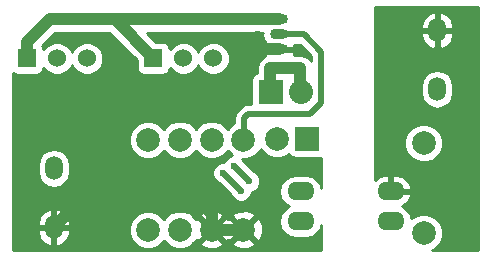
<source format=gbr>
G04 #@! TF.FileFunction,Copper,L2,Bot,Signal*
%FSLAX46Y46*%
G04 Gerber Fmt 4.6, Leading zero omitted, Abs format (unit mm)*
G04 Created by KiCad (PCBNEW 4.0.4-stable) date 11/28/16 12:37:25*
%MOMM*%
%LPD*%
G01*
G04 APERTURE LIST*
%ADD10C,0.100000*%
%ADD11C,0.600000*%
%ADD12O,2.300000X1.600000*%
%ADD13C,1.998980*%
%ADD14O,1.501140X0.899160*%
%ADD15O,1.500000X2.000000*%
%ADD16C,1.524000*%
%ADD17R,1.524000X1.524000*%
%ADD18R,2.000000X2.000000*%
%ADD19C,2.000000*%
%ADD20R,2.032000X2.032000*%
%ADD21O,2.032000X2.032000*%
%ADD22C,1.000000*%
%ADD23C,0.500000*%
%ADD24C,0.250000*%
G04 APERTURE END LIST*
D10*
D11*
X216890000Y-133465000D03*
X220125000Y-136600000D03*
X218665000Y-130265000D03*
X185775000Y-133825000D03*
X209925000Y-135275000D03*
X206875000Y-138475000D03*
X206450000Y-135225000D03*
X210075000Y-141650000D03*
X190475000Y-137550000D03*
X195725000Y-135975000D03*
X193125000Y-133200000D03*
X201725000Y-130650000D03*
X203600000Y-127075000D03*
X185800000Y-128425000D03*
X193850000Y-127450000D03*
X191425000Y-130025000D03*
X205550000Y-123925000D03*
X191000000Y-134800000D03*
X200675000Y-127700000D03*
D12*
X216750000Y-139800000D03*
X216750000Y-137260000D03*
X209130000Y-137260000D03*
X209130000Y-139800000D03*
D11*
X186375000Y-137700000D03*
X222800000Y-140275000D03*
X217600000Y-125925000D03*
X222800000Y-136075000D03*
X223175000Y-122825000D03*
X222875000Y-127175000D03*
X222290000Y-132340000D03*
X206500000Y-141675000D03*
X191650000Y-140925000D03*
X186050000Y-130650000D03*
X185925000Y-141150000D03*
X193525000Y-137675000D03*
X198275000Y-135075000D03*
X193750000Y-125350000D03*
X193875000Y-130650000D03*
D13*
X196200000Y-132900000D03*
X196200000Y-140520000D03*
X219550000Y-140800000D03*
X219550000Y-133180000D03*
X201600000Y-140500000D03*
X201600000Y-132880000D03*
X204300000Y-140500000D03*
X204300000Y-132880000D03*
D14*
X207300000Y-123970000D03*
X207300000Y-125240000D03*
X207300000Y-122700000D03*
D11*
X216650000Y-122675000D03*
D15*
X188250000Y-135300000D03*
X188250000Y-140300000D03*
X220700000Y-123600000D03*
X220700000Y-128600000D03*
D16*
X188500000Y-126000000D03*
X191040000Y-126000000D03*
D17*
X185960000Y-126000000D03*
D16*
X199200000Y-126000000D03*
X201740000Y-126000000D03*
D17*
X196660000Y-126000000D03*
D18*
X209700000Y-132800000D03*
D19*
X207160000Y-132800000D03*
D20*
X206600000Y-128850000D03*
D21*
X209140000Y-128850000D03*
D13*
X198900000Y-140500000D03*
X198900000Y-132880000D03*
D11*
X202600000Y-135700000D03*
X204100000Y-137200000D03*
X203500000Y-135100000D03*
X204800000Y-136400000D03*
D22*
X206575000Y-126825000D02*
X206575000Y-128825000D01*
X206575000Y-128825000D02*
X206600000Y-128850000D01*
X209100000Y-126825000D02*
X209100000Y-128810000D01*
X209100000Y-128810000D02*
X209140000Y-128850000D01*
X206575000Y-126825000D02*
X209100000Y-126825000D01*
X209150000Y-128840000D02*
X209140000Y-128850000D01*
D23*
X204100000Y-137200000D02*
X202600000Y-135700000D01*
D22*
X191800000Y-136800000D02*
X191750000Y-136800000D01*
X191750000Y-136800000D02*
X188250000Y-140300000D01*
X204300000Y-140500000D02*
X201600000Y-140500000D01*
X201600000Y-140500000D02*
X201600000Y-139200000D01*
X199200000Y-136800000D02*
X191800000Y-136800000D01*
X201600000Y-139200000D02*
X199200000Y-136800000D01*
X207300000Y-125240000D02*
X205260000Y-125240000D01*
X192200000Y-136400000D02*
X191800000Y-136800000D01*
X192200000Y-133000000D02*
X192200000Y-136400000D01*
X194700000Y-130500000D02*
X192200000Y-133000000D01*
X200000000Y-130500000D02*
X194700000Y-130500000D01*
X205260000Y-125240000D02*
X200000000Y-130500000D01*
D23*
X204700000Y-130700000D02*
X204350000Y-131050000D01*
X204350000Y-131050000D02*
X204350000Y-132830000D01*
X204350000Y-132830000D02*
X204300000Y-132880000D01*
X207300000Y-123970000D02*
X209420000Y-123970000D01*
X209420000Y-123970000D02*
X210900000Y-125450000D01*
X210900000Y-125450000D02*
X210900000Y-129750000D01*
X210900000Y-129750000D02*
X209950000Y-130700000D01*
X209950000Y-130700000D02*
X204700000Y-130700000D01*
X204800000Y-136400000D02*
X203500000Y-135100000D01*
D22*
X196660000Y-126000000D02*
X196660000Y-125960000D01*
X196660000Y-125960000D02*
X193400000Y-122700000D01*
X185960000Y-126000000D02*
X185960000Y-124640000D01*
X187900000Y-122700000D02*
X193400000Y-122700000D01*
X193400000Y-122700000D02*
X207300000Y-122700000D01*
X185960000Y-124640000D02*
X187900000Y-122700000D01*
D24*
G36*
X195260756Y-126151746D02*
X195260756Y-126762000D01*
X195304337Y-126993611D01*
X195441219Y-127206332D01*
X195650076Y-127349038D01*
X195898000Y-127399244D01*
X197422000Y-127399244D01*
X197653611Y-127355663D01*
X197866332Y-127218781D01*
X198009038Y-127009924D01*
X198049399Y-126810617D01*
X198413302Y-127175156D01*
X198922898Y-127386759D01*
X199474681Y-127387240D01*
X199984646Y-127176527D01*
X200375156Y-126786698D01*
X200469972Y-126558356D01*
X200563473Y-126784646D01*
X200953302Y-127175156D01*
X201462898Y-127386759D01*
X202014681Y-127387240D01*
X202524646Y-127176527D01*
X202915156Y-126786698D01*
X203126759Y-126277102D01*
X203127240Y-125725319D01*
X202916527Y-125215354D01*
X202526698Y-124824844D01*
X202017102Y-124613241D01*
X201465319Y-124612760D01*
X200955354Y-124823473D01*
X200564844Y-125213302D01*
X200470028Y-125441644D01*
X200376527Y-125215354D01*
X199986698Y-124824844D01*
X199477102Y-124613241D01*
X198925319Y-124612760D01*
X198415354Y-124823473D01*
X198049892Y-125188298D01*
X198015663Y-125006389D01*
X197878781Y-124793668D01*
X197669924Y-124650962D01*
X197422000Y-124600756D01*
X196891746Y-124600756D01*
X196115990Y-123825000D01*
X205926323Y-123825000D01*
X205897481Y-123970000D01*
X205979279Y-124381224D01*
X206131196Y-124608585D01*
X205964419Y-124949579D01*
X206089227Y-125115000D01*
X207175000Y-125115000D01*
X207175000Y-125095000D01*
X207425000Y-125095000D01*
X207425000Y-125115000D01*
X208510773Y-125115000D01*
X208635581Y-124949579D01*
X208584432Y-124845000D01*
X209057564Y-124845000D01*
X210025000Y-125812436D01*
X210025000Y-126223323D01*
X209895495Y-126029505D01*
X209530519Y-125785636D01*
X209100000Y-125700000D01*
X208552641Y-125700000D01*
X208635581Y-125530421D01*
X208510773Y-125365000D01*
X207425000Y-125365000D01*
X207425000Y-125385000D01*
X207175000Y-125385000D01*
X207175000Y-125365000D01*
X206089227Y-125365000D01*
X205964419Y-125530421D01*
X206102848Y-125813454D01*
X205779505Y-126029505D01*
X205535636Y-126394481D01*
X205450000Y-126825000D01*
X205450000Y-127221970D01*
X205352389Y-127240337D01*
X205139668Y-127377219D01*
X204996962Y-127586076D01*
X204946756Y-127834000D01*
X204946756Y-129825000D01*
X204700000Y-129825000D01*
X204365152Y-129891605D01*
X204081282Y-130081281D01*
X203731282Y-130431282D01*
X203541605Y-130715152D01*
X203475000Y-131050000D01*
X203475000Y-131463182D01*
X203381002Y-131502021D01*
X202949649Y-131932622D01*
X202521401Y-131503627D01*
X201924549Y-131255792D01*
X201278287Y-131255228D01*
X200681002Y-131502021D01*
X200249649Y-131932622D01*
X199821401Y-131503627D01*
X199224549Y-131255792D01*
X198578287Y-131255228D01*
X197981002Y-131502021D01*
X197539649Y-131942605D01*
X197121401Y-131523627D01*
X196524549Y-131275792D01*
X195878287Y-131275228D01*
X195281002Y-131522021D01*
X194823627Y-131978599D01*
X194575792Y-132575451D01*
X194575228Y-133221713D01*
X194822021Y-133818998D01*
X195278599Y-134276373D01*
X195875451Y-134524208D01*
X196521713Y-134524772D01*
X197118998Y-134277979D01*
X197560351Y-133837395D01*
X197978599Y-134256373D01*
X198575451Y-134504208D01*
X199221713Y-134504772D01*
X199818998Y-134257979D01*
X200250351Y-133827378D01*
X200678599Y-134256373D01*
X201275451Y-134504208D01*
X201921713Y-134504772D01*
X202518998Y-134257979D01*
X202950351Y-133827378D01*
X203302933Y-134180575D01*
X202976714Y-134315366D01*
X202716280Y-134575345D01*
X202633364Y-134775029D01*
X202416813Y-134774840D01*
X202076714Y-134915366D01*
X201816280Y-135175345D01*
X201675161Y-135515199D01*
X201674840Y-135883187D01*
X201815366Y-136223286D01*
X202075345Y-136483720D01*
X202196657Y-136534093D01*
X203265736Y-137603173D01*
X203315366Y-137723286D01*
X203575345Y-137983720D01*
X203915199Y-138124839D01*
X204283187Y-138125160D01*
X204623286Y-137984634D01*
X204883720Y-137724655D01*
X205024839Y-137384801D01*
X205024906Y-137307922D01*
X205323286Y-137184634D01*
X205583720Y-136924655D01*
X205724839Y-136584801D01*
X205725160Y-136216813D01*
X205584634Y-135876714D01*
X205324655Y-135616280D01*
X205203345Y-135565908D01*
X204334264Y-134696828D01*
X204284634Y-134576714D01*
X204212461Y-134504415D01*
X204621713Y-134504772D01*
X205218998Y-134257979D01*
X205676373Y-133801401D01*
X205746117Y-133633439D01*
X205781588Y-133719286D01*
X206238309Y-134176805D01*
X206835349Y-134424718D01*
X207481814Y-134425282D01*
X208079286Y-134178412D01*
X208153274Y-134104553D01*
X208243219Y-134244332D01*
X208452076Y-134387038D01*
X208700000Y-134437244D01*
X210700000Y-134437244D01*
X210875000Y-134404315D01*
X210875000Y-136934360D01*
X210831302Y-136714676D01*
X210522401Y-136252373D01*
X210060098Y-135943472D01*
X209514774Y-135835000D01*
X208745226Y-135835000D01*
X208199902Y-135943472D01*
X207737599Y-136252373D01*
X207428698Y-136714676D01*
X207320226Y-137260000D01*
X207428698Y-137805324D01*
X207737599Y-138267627D01*
X208130268Y-138530000D01*
X207737599Y-138792373D01*
X207428698Y-139254676D01*
X207320226Y-139800000D01*
X207428698Y-140345324D01*
X207737599Y-140807627D01*
X208199902Y-141116528D01*
X208745226Y-141225000D01*
X209514774Y-141225000D01*
X210060098Y-141116528D01*
X210522401Y-140807627D01*
X210831302Y-140345324D01*
X210875000Y-140125640D01*
X210875000Y-142250000D01*
X184800000Y-142250000D01*
X184800000Y-140425000D01*
X186875000Y-140425000D01*
X186875000Y-140675000D01*
X187027501Y-141191675D01*
X187366117Y-141610661D01*
X187839296Y-141868170D01*
X187912332Y-141882893D01*
X188125000Y-141762323D01*
X188125000Y-140425000D01*
X188375000Y-140425000D01*
X188375000Y-141762323D01*
X188587668Y-141882893D01*
X188660704Y-141868170D01*
X189133883Y-141610661D01*
X189472499Y-141191675D01*
X189575793Y-140841713D01*
X194575228Y-140841713D01*
X194822021Y-141438998D01*
X195278599Y-141896373D01*
X195875451Y-142144208D01*
X196521713Y-142144772D01*
X197118998Y-141897979D01*
X197560351Y-141457395D01*
X197978599Y-141876373D01*
X198575451Y-142124208D01*
X199221713Y-142124772D01*
X199818998Y-141877979D01*
X200051976Y-141645406D01*
X200631370Y-141645406D01*
X200730346Y-141909639D01*
X201335990Y-142135139D01*
X201981828Y-142111704D01*
X202469654Y-141909639D01*
X202568630Y-141645406D01*
X203331370Y-141645406D01*
X203430346Y-141909639D01*
X204035990Y-142135139D01*
X204681828Y-142111704D01*
X205169654Y-141909639D01*
X205268630Y-141645406D01*
X204300000Y-140676777D01*
X203331370Y-141645406D01*
X202568630Y-141645406D01*
X201600000Y-140676777D01*
X200631370Y-141645406D01*
X200051976Y-141645406D01*
X200276373Y-141421401D01*
X200283391Y-141404501D01*
X200454594Y-141468630D01*
X201423223Y-140500000D01*
X201776777Y-140500000D01*
X202745406Y-141468630D01*
X202950000Y-141391993D01*
X203154594Y-141468630D01*
X204123223Y-140500000D01*
X204476777Y-140500000D01*
X205445406Y-141468630D01*
X205709639Y-141369654D01*
X205935139Y-140764010D01*
X205911704Y-140118172D01*
X205709639Y-139630346D01*
X205445406Y-139531370D01*
X204476777Y-140500000D01*
X204123223Y-140500000D01*
X203154594Y-139531370D01*
X202950000Y-139608007D01*
X202745406Y-139531370D01*
X201776777Y-140500000D01*
X201423223Y-140500000D01*
X200454594Y-139531370D01*
X200283892Y-139595311D01*
X200277979Y-139581002D01*
X200051966Y-139354594D01*
X200631370Y-139354594D01*
X201600000Y-140323223D01*
X202568630Y-139354594D01*
X203331370Y-139354594D01*
X204300000Y-140323223D01*
X205268630Y-139354594D01*
X205169654Y-139090361D01*
X204564010Y-138864861D01*
X203918172Y-138888296D01*
X203430346Y-139090361D01*
X203331370Y-139354594D01*
X202568630Y-139354594D01*
X202469654Y-139090361D01*
X201864010Y-138864861D01*
X201218172Y-138888296D01*
X200730346Y-139090361D01*
X200631370Y-139354594D01*
X200051966Y-139354594D01*
X199821401Y-139123627D01*
X199224549Y-138875792D01*
X198578287Y-138875228D01*
X197981002Y-139122021D01*
X197539649Y-139562605D01*
X197121401Y-139143627D01*
X196524549Y-138895792D01*
X195878287Y-138895228D01*
X195281002Y-139142021D01*
X194823627Y-139598599D01*
X194575792Y-140195451D01*
X194575228Y-140841713D01*
X189575793Y-140841713D01*
X189625000Y-140675000D01*
X189625000Y-140425000D01*
X188375000Y-140425000D01*
X188125000Y-140425000D01*
X186875000Y-140425000D01*
X184800000Y-140425000D01*
X184800000Y-139925000D01*
X186875000Y-139925000D01*
X186875000Y-140175000D01*
X188125000Y-140175000D01*
X188125000Y-138837677D01*
X188375000Y-138837677D01*
X188375000Y-140175000D01*
X189625000Y-140175000D01*
X189625000Y-139925000D01*
X189472499Y-139408325D01*
X189133883Y-138989339D01*
X188660704Y-138731830D01*
X188587668Y-138717107D01*
X188375000Y-138837677D01*
X188125000Y-138837677D01*
X187912332Y-138717107D01*
X187839296Y-138731830D01*
X187366117Y-138989339D01*
X187027501Y-139408325D01*
X186875000Y-139925000D01*
X184800000Y-139925000D01*
X184800000Y-135018164D01*
X186875000Y-135018164D01*
X186875000Y-135581836D01*
X186979666Y-136108026D01*
X187277728Y-136554108D01*
X187723810Y-136852170D01*
X188250000Y-136956836D01*
X188776190Y-136852170D01*
X189222272Y-136554108D01*
X189520334Y-136108026D01*
X189625000Y-135581836D01*
X189625000Y-135018164D01*
X189520334Y-134491974D01*
X189222272Y-134045892D01*
X188776190Y-133747830D01*
X188250000Y-133643164D01*
X187723810Y-133747830D01*
X187277728Y-134045892D01*
X186979666Y-134491974D01*
X186875000Y-135018164D01*
X184800000Y-135018164D01*
X184800000Y-127246495D01*
X184950076Y-127349038D01*
X185198000Y-127399244D01*
X186722000Y-127399244D01*
X186953611Y-127355663D01*
X187166332Y-127218781D01*
X187309038Y-127009924D01*
X187349399Y-126810617D01*
X187713302Y-127175156D01*
X188222898Y-127386759D01*
X188774681Y-127387240D01*
X189284646Y-127176527D01*
X189675156Y-126786698D01*
X189769972Y-126558356D01*
X189863473Y-126784646D01*
X190253302Y-127175156D01*
X190762898Y-127386759D01*
X191314681Y-127387240D01*
X191824646Y-127176527D01*
X192215156Y-126786698D01*
X192426759Y-126277102D01*
X192427240Y-125725319D01*
X192216527Y-125215354D01*
X191826698Y-124824844D01*
X191317102Y-124613241D01*
X190765319Y-124612760D01*
X190255354Y-124823473D01*
X189864844Y-125213302D01*
X189770028Y-125441644D01*
X189676527Y-125215354D01*
X189286698Y-124824844D01*
X188777102Y-124613241D01*
X188225319Y-124612760D01*
X187715354Y-124823473D01*
X187349892Y-125188298D01*
X187315663Y-125006389D01*
X187264348Y-124926642D01*
X188365990Y-123825000D01*
X192934010Y-123825000D01*
X195260756Y-126151746D01*
X195260756Y-126151746D01*
G37*
X195260756Y-126151746D02*
X195260756Y-126762000D01*
X195304337Y-126993611D01*
X195441219Y-127206332D01*
X195650076Y-127349038D01*
X195898000Y-127399244D01*
X197422000Y-127399244D01*
X197653611Y-127355663D01*
X197866332Y-127218781D01*
X198009038Y-127009924D01*
X198049399Y-126810617D01*
X198413302Y-127175156D01*
X198922898Y-127386759D01*
X199474681Y-127387240D01*
X199984646Y-127176527D01*
X200375156Y-126786698D01*
X200469972Y-126558356D01*
X200563473Y-126784646D01*
X200953302Y-127175156D01*
X201462898Y-127386759D01*
X202014681Y-127387240D01*
X202524646Y-127176527D01*
X202915156Y-126786698D01*
X203126759Y-126277102D01*
X203127240Y-125725319D01*
X202916527Y-125215354D01*
X202526698Y-124824844D01*
X202017102Y-124613241D01*
X201465319Y-124612760D01*
X200955354Y-124823473D01*
X200564844Y-125213302D01*
X200470028Y-125441644D01*
X200376527Y-125215354D01*
X199986698Y-124824844D01*
X199477102Y-124613241D01*
X198925319Y-124612760D01*
X198415354Y-124823473D01*
X198049892Y-125188298D01*
X198015663Y-125006389D01*
X197878781Y-124793668D01*
X197669924Y-124650962D01*
X197422000Y-124600756D01*
X196891746Y-124600756D01*
X196115990Y-123825000D01*
X205926323Y-123825000D01*
X205897481Y-123970000D01*
X205979279Y-124381224D01*
X206131196Y-124608585D01*
X205964419Y-124949579D01*
X206089227Y-125115000D01*
X207175000Y-125115000D01*
X207175000Y-125095000D01*
X207425000Y-125095000D01*
X207425000Y-125115000D01*
X208510773Y-125115000D01*
X208635581Y-124949579D01*
X208584432Y-124845000D01*
X209057564Y-124845000D01*
X210025000Y-125812436D01*
X210025000Y-126223323D01*
X209895495Y-126029505D01*
X209530519Y-125785636D01*
X209100000Y-125700000D01*
X208552641Y-125700000D01*
X208635581Y-125530421D01*
X208510773Y-125365000D01*
X207425000Y-125365000D01*
X207425000Y-125385000D01*
X207175000Y-125385000D01*
X207175000Y-125365000D01*
X206089227Y-125365000D01*
X205964419Y-125530421D01*
X206102848Y-125813454D01*
X205779505Y-126029505D01*
X205535636Y-126394481D01*
X205450000Y-126825000D01*
X205450000Y-127221970D01*
X205352389Y-127240337D01*
X205139668Y-127377219D01*
X204996962Y-127586076D01*
X204946756Y-127834000D01*
X204946756Y-129825000D01*
X204700000Y-129825000D01*
X204365152Y-129891605D01*
X204081282Y-130081281D01*
X203731282Y-130431282D01*
X203541605Y-130715152D01*
X203475000Y-131050000D01*
X203475000Y-131463182D01*
X203381002Y-131502021D01*
X202949649Y-131932622D01*
X202521401Y-131503627D01*
X201924549Y-131255792D01*
X201278287Y-131255228D01*
X200681002Y-131502021D01*
X200249649Y-131932622D01*
X199821401Y-131503627D01*
X199224549Y-131255792D01*
X198578287Y-131255228D01*
X197981002Y-131502021D01*
X197539649Y-131942605D01*
X197121401Y-131523627D01*
X196524549Y-131275792D01*
X195878287Y-131275228D01*
X195281002Y-131522021D01*
X194823627Y-131978599D01*
X194575792Y-132575451D01*
X194575228Y-133221713D01*
X194822021Y-133818998D01*
X195278599Y-134276373D01*
X195875451Y-134524208D01*
X196521713Y-134524772D01*
X197118998Y-134277979D01*
X197560351Y-133837395D01*
X197978599Y-134256373D01*
X198575451Y-134504208D01*
X199221713Y-134504772D01*
X199818998Y-134257979D01*
X200250351Y-133827378D01*
X200678599Y-134256373D01*
X201275451Y-134504208D01*
X201921713Y-134504772D01*
X202518998Y-134257979D01*
X202950351Y-133827378D01*
X203302933Y-134180575D01*
X202976714Y-134315366D01*
X202716280Y-134575345D01*
X202633364Y-134775029D01*
X202416813Y-134774840D01*
X202076714Y-134915366D01*
X201816280Y-135175345D01*
X201675161Y-135515199D01*
X201674840Y-135883187D01*
X201815366Y-136223286D01*
X202075345Y-136483720D01*
X202196657Y-136534093D01*
X203265736Y-137603173D01*
X203315366Y-137723286D01*
X203575345Y-137983720D01*
X203915199Y-138124839D01*
X204283187Y-138125160D01*
X204623286Y-137984634D01*
X204883720Y-137724655D01*
X205024839Y-137384801D01*
X205024906Y-137307922D01*
X205323286Y-137184634D01*
X205583720Y-136924655D01*
X205724839Y-136584801D01*
X205725160Y-136216813D01*
X205584634Y-135876714D01*
X205324655Y-135616280D01*
X205203345Y-135565908D01*
X204334264Y-134696828D01*
X204284634Y-134576714D01*
X204212461Y-134504415D01*
X204621713Y-134504772D01*
X205218998Y-134257979D01*
X205676373Y-133801401D01*
X205746117Y-133633439D01*
X205781588Y-133719286D01*
X206238309Y-134176805D01*
X206835349Y-134424718D01*
X207481814Y-134425282D01*
X208079286Y-134178412D01*
X208153274Y-134104553D01*
X208243219Y-134244332D01*
X208452076Y-134387038D01*
X208700000Y-134437244D01*
X210700000Y-134437244D01*
X210875000Y-134404315D01*
X210875000Y-136934360D01*
X210831302Y-136714676D01*
X210522401Y-136252373D01*
X210060098Y-135943472D01*
X209514774Y-135835000D01*
X208745226Y-135835000D01*
X208199902Y-135943472D01*
X207737599Y-136252373D01*
X207428698Y-136714676D01*
X207320226Y-137260000D01*
X207428698Y-137805324D01*
X207737599Y-138267627D01*
X208130268Y-138530000D01*
X207737599Y-138792373D01*
X207428698Y-139254676D01*
X207320226Y-139800000D01*
X207428698Y-140345324D01*
X207737599Y-140807627D01*
X208199902Y-141116528D01*
X208745226Y-141225000D01*
X209514774Y-141225000D01*
X210060098Y-141116528D01*
X210522401Y-140807627D01*
X210831302Y-140345324D01*
X210875000Y-140125640D01*
X210875000Y-142250000D01*
X184800000Y-142250000D01*
X184800000Y-140425000D01*
X186875000Y-140425000D01*
X186875000Y-140675000D01*
X187027501Y-141191675D01*
X187366117Y-141610661D01*
X187839296Y-141868170D01*
X187912332Y-141882893D01*
X188125000Y-141762323D01*
X188125000Y-140425000D01*
X188375000Y-140425000D01*
X188375000Y-141762323D01*
X188587668Y-141882893D01*
X188660704Y-141868170D01*
X189133883Y-141610661D01*
X189472499Y-141191675D01*
X189575793Y-140841713D01*
X194575228Y-140841713D01*
X194822021Y-141438998D01*
X195278599Y-141896373D01*
X195875451Y-142144208D01*
X196521713Y-142144772D01*
X197118998Y-141897979D01*
X197560351Y-141457395D01*
X197978599Y-141876373D01*
X198575451Y-142124208D01*
X199221713Y-142124772D01*
X199818998Y-141877979D01*
X200051976Y-141645406D01*
X200631370Y-141645406D01*
X200730346Y-141909639D01*
X201335990Y-142135139D01*
X201981828Y-142111704D01*
X202469654Y-141909639D01*
X202568630Y-141645406D01*
X203331370Y-141645406D01*
X203430346Y-141909639D01*
X204035990Y-142135139D01*
X204681828Y-142111704D01*
X205169654Y-141909639D01*
X205268630Y-141645406D01*
X204300000Y-140676777D01*
X203331370Y-141645406D01*
X202568630Y-141645406D01*
X201600000Y-140676777D01*
X200631370Y-141645406D01*
X200051976Y-141645406D01*
X200276373Y-141421401D01*
X200283391Y-141404501D01*
X200454594Y-141468630D01*
X201423223Y-140500000D01*
X201776777Y-140500000D01*
X202745406Y-141468630D01*
X202950000Y-141391993D01*
X203154594Y-141468630D01*
X204123223Y-140500000D01*
X204476777Y-140500000D01*
X205445406Y-141468630D01*
X205709639Y-141369654D01*
X205935139Y-140764010D01*
X205911704Y-140118172D01*
X205709639Y-139630346D01*
X205445406Y-139531370D01*
X204476777Y-140500000D01*
X204123223Y-140500000D01*
X203154594Y-139531370D01*
X202950000Y-139608007D01*
X202745406Y-139531370D01*
X201776777Y-140500000D01*
X201423223Y-140500000D01*
X200454594Y-139531370D01*
X200283892Y-139595311D01*
X200277979Y-139581002D01*
X200051966Y-139354594D01*
X200631370Y-139354594D01*
X201600000Y-140323223D01*
X202568630Y-139354594D01*
X203331370Y-139354594D01*
X204300000Y-140323223D01*
X205268630Y-139354594D01*
X205169654Y-139090361D01*
X204564010Y-138864861D01*
X203918172Y-138888296D01*
X203430346Y-139090361D01*
X203331370Y-139354594D01*
X202568630Y-139354594D01*
X202469654Y-139090361D01*
X201864010Y-138864861D01*
X201218172Y-138888296D01*
X200730346Y-139090361D01*
X200631370Y-139354594D01*
X200051966Y-139354594D01*
X199821401Y-139123627D01*
X199224549Y-138875792D01*
X198578287Y-138875228D01*
X197981002Y-139122021D01*
X197539649Y-139562605D01*
X197121401Y-139143627D01*
X196524549Y-138895792D01*
X195878287Y-138895228D01*
X195281002Y-139142021D01*
X194823627Y-139598599D01*
X194575792Y-140195451D01*
X194575228Y-140841713D01*
X189575793Y-140841713D01*
X189625000Y-140675000D01*
X189625000Y-140425000D01*
X188375000Y-140425000D01*
X188125000Y-140425000D01*
X186875000Y-140425000D01*
X184800000Y-140425000D01*
X184800000Y-139925000D01*
X186875000Y-139925000D01*
X186875000Y-140175000D01*
X188125000Y-140175000D01*
X188125000Y-138837677D01*
X188375000Y-138837677D01*
X188375000Y-140175000D01*
X189625000Y-140175000D01*
X189625000Y-139925000D01*
X189472499Y-139408325D01*
X189133883Y-138989339D01*
X188660704Y-138731830D01*
X188587668Y-138717107D01*
X188375000Y-138837677D01*
X188125000Y-138837677D01*
X187912332Y-138717107D01*
X187839296Y-138731830D01*
X187366117Y-138989339D01*
X187027501Y-139408325D01*
X186875000Y-139925000D01*
X184800000Y-139925000D01*
X184800000Y-135018164D01*
X186875000Y-135018164D01*
X186875000Y-135581836D01*
X186979666Y-136108026D01*
X187277728Y-136554108D01*
X187723810Y-136852170D01*
X188250000Y-136956836D01*
X188776190Y-136852170D01*
X189222272Y-136554108D01*
X189520334Y-136108026D01*
X189625000Y-135581836D01*
X189625000Y-135018164D01*
X189520334Y-134491974D01*
X189222272Y-134045892D01*
X188776190Y-133747830D01*
X188250000Y-133643164D01*
X187723810Y-133747830D01*
X187277728Y-134045892D01*
X186979666Y-134491974D01*
X186875000Y-135018164D01*
X184800000Y-135018164D01*
X184800000Y-127246495D01*
X184950076Y-127349038D01*
X185198000Y-127399244D01*
X186722000Y-127399244D01*
X186953611Y-127355663D01*
X187166332Y-127218781D01*
X187309038Y-127009924D01*
X187349399Y-126810617D01*
X187713302Y-127175156D01*
X188222898Y-127386759D01*
X188774681Y-127387240D01*
X189284646Y-127176527D01*
X189675156Y-126786698D01*
X189769972Y-126558356D01*
X189863473Y-126784646D01*
X190253302Y-127175156D01*
X190762898Y-127386759D01*
X191314681Y-127387240D01*
X191824646Y-127176527D01*
X192215156Y-126786698D01*
X192426759Y-126277102D01*
X192427240Y-125725319D01*
X192216527Y-125215354D01*
X191826698Y-124824844D01*
X191317102Y-124613241D01*
X190765319Y-124612760D01*
X190255354Y-124823473D01*
X189864844Y-125213302D01*
X189770028Y-125441644D01*
X189676527Y-125215354D01*
X189286698Y-124824844D01*
X188777102Y-124613241D01*
X188225319Y-124612760D01*
X187715354Y-124823473D01*
X187349892Y-125188298D01*
X187315663Y-125006389D01*
X187264348Y-124926642D01*
X188365990Y-123825000D01*
X192934010Y-123825000D01*
X195260756Y-126151746D01*
G36*
X224150000Y-142250000D02*
X220294694Y-142250000D01*
X220468998Y-142177979D01*
X220926373Y-141721401D01*
X221174208Y-141124549D01*
X221174772Y-140478287D01*
X220927979Y-139881002D01*
X220471401Y-139423627D01*
X219874549Y-139175792D01*
X219228287Y-139175228D01*
X218631002Y-139422021D01*
X218508845Y-139543965D01*
X218451302Y-139254676D01*
X218142401Y-138792373D01*
X217751737Y-138531340D01*
X217760809Y-138528693D01*
X218196016Y-138179239D01*
X218464364Y-137689839D01*
X218482476Y-137605521D01*
X218362577Y-137385000D01*
X216875000Y-137385000D01*
X216875000Y-137405000D01*
X216625000Y-137405000D01*
X216625000Y-137385000D01*
X216605000Y-137385000D01*
X216605000Y-137135000D01*
X216625000Y-137135000D01*
X216625000Y-135835000D01*
X216875000Y-135835000D01*
X216875000Y-137135000D01*
X218362577Y-137135000D01*
X218482476Y-136914479D01*
X218464364Y-136830161D01*
X218196016Y-136340761D01*
X217760809Y-135991307D01*
X217225000Y-135835000D01*
X216875000Y-135835000D01*
X216625000Y-135835000D01*
X216275000Y-135835000D01*
X215739191Y-135991307D01*
X215400000Y-136263664D01*
X215400000Y-133501713D01*
X217925228Y-133501713D01*
X218172021Y-134098998D01*
X218628599Y-134556373D01*
X219225451Y-134804208D01*
X219871713Y-134804772D01*
X220468998Y-134557979D01*
X220926373Y-134101401D01*
X221174208Y-133504549D01*
X221174772Y-132858287D01*
X220927979Y-132261002D01*
X220471401Y-131803627D01*
X219874549Y-131555792D01*
X219228287Y-131555228D01*
X218631002Y-131802021D01*
X218173627Y-132258599D01*
X217925792Y-132855451D01*
X217925228Y-133501713D01*
X215400000Y-133501713D01*
X215400000Y-128318164D01*
X219325000Y-128318164D01*
X219325000Y-128881836D01*
X219429666Y-129408026D01*
X219727728Y-129854108D01*
X220173810Y-130152170D01*
X220700000Y-130256836D01*
X221226190Y-130152170D01*
X221672272Y-129854108D01*
X221970334Y-129408026D01*
X222075000Y-128881836D01*
X222075000Y-128318164D01*
X221970334Y-127791974D01*
X221672272Y-127345892D01*
X221226190Y-127047830D01*
X220700000Y-126943164D01*
X220173810Y-127047830D01*
X219727728Y-127345892D01*
X219429666Y-127791974D01*
X219325000Y-128318164D01*
X215400000Y-128318164D01*
X215400000Y-123725000D01*
X219325000Y-123725000D01*
X219325000Y-123975000D01*
X219477501Y-124491675D01*
X219816117Y-124910661D01*
X220289296Y-125168170D01*
X220362332Y-125182893D01*
X220575000Y-125062323D01*
X220575000Y-123725000D01*
X220825000Y-123725000D01*
X220825000Y-125062323D01*
X221037668Y-125182893D01*
X221110704Y-125168170D01*
X221583883Y-124910661D01*
X221922499Y-124491675D01*
X222075000Y-123975000D01*
X222075000Y-123725000D01*
X220825000Y-123725000D01*
X220575000Y-123725000D01*
X219325000Y-123725000D01*
X215400000Y-123725000D01*
X215400000Y-123225000D01*
X219325000Y-123225000D01*
X219325000Y-123475000D01*
X220575000Y-123475000D01*
X220575000Y-122137677D01*
X220825000Y-122137677D01*
X220825000Y-123475000D01*
X222075000Y-123475000D01*
X222075000Y-123225000D01*
X221922499Y-122708325D01*
X221583883Y-122289339D01*
X221110704Y-122031830D01*
X221037668Y-122017107D01*
X220825000Y-122137677D01*
X220575000Y-122137677D01*
X220362332Y-122017107D01*
X220289296Y-122031830D01*
X219816117Y-122289339D01*
X219477501Y-122708325D01*
X219325000Y-123225000D01*
X215400000Y-123225000D01*
X215400000Y-121650000D01*
X224150000Y-121650000D01*
X224150000Y-142250000D01*
X224150000Y-142250000D01*
G37*
X224150000Y-142250000D02*
X220294694Y-142250000D01*
X220468998Y-142177979D01*
X220926373Y-141721401D01*
X221174208Y-141124549D01*
X221174772Y-140478287D01*
X220927979Y-139881002D01*
X220471401Y-139423627D01*
X219874549Y-139175792D01*
X219228287Y-139175228D01*
X218631002Y-139422021D01*
X218508845Y-139543965D01*
X218451302Y-139254676D01*
X218142401Y-138792373D01*
X217751737Y-138531340D01*
X217760809Y-138528693D01*
X218196016Y-138179239D01*
X218464364Y-137689839D01*
X218482476Y-137605521D01*
X218362577Y-137385000D01*
X216875000Y-137385000D01*
X216875000Y-137405000D01*
X216625000Y-137405000D01*
X216625000Y-137385000D01*
X216605000Y-137385000D01*
X216605000Y-137135000D01*
X216625000Y-137135000D01*
X216625000Y-135835000D01*
X216875000Y-135835000D01*
X216875000Y-137135000D01*
X218362577Y-137135000D01*
X218482476Y-136914479D01*
X218464364Y-136830161D01*
X218196016Y-136340761D01*
X217760809Y-135991307D01*
X217225000Y-135835000D01*
X216875000Y-135835000D01*
X216625000Y-135835000D01*
X216275000Y-135835000D01*
X215739191Y-135991307D01*
X215400000Y-136263664D01*
X215400000Y-133501713D01*
X217925228Y-133501713D01*
X218172021Y-134098998D01*
X218628599Y-134556373D01*
X219225451Y-134804208D01*
X219871713Y-134804772D01*
X220468998Y-134557979D01*
X220926373Y-134101401D01*
X221174208Y-133504549D01*
X221174772Y-132858287D01*
X220927979Y-132261002D01*
X220471401Y-131803627D01*
X219874549Y-131555792D01*
X219228287Y-131555228D01*
X218631002Y-131802021D01*
X218173627Y-132258599D01*
X217925792Y-132855451D01*
X217925228Y-133501713D01*
X215400000Y-133501713D01*
X215400000Y-128318164D01*
X219325000Y-128318164D01*
X219325000Y-128881836D01*
X219429666Y-129408026D01*
X219727728Y-129854108D01*
X220173810Y-130152170D01*
X220700000Y-130256836D01*
X221226190Y-130152170D01*
X221672272Y-129854108D01*
X221970334Y-129408026D01*
X222075000Y-128881836D01*
X222075000Y-128318164D01*
X221970334Y-127791974D01*
X221672272Y-127345892D01*
X221226190Y-127047830D01*
X220700000Y-126943164D01*
X220173810Y-127047830D01*
X219727728Y-127345892D01*
X219429666Y-127791974D01*
X219325000Y-128318164D01*
X215400000Y-128318164D01*
X215400000Y-123725000D01*
X219325000Y-123725000D01*
X219325000Y-123975000D01*
X219477501Y-124491675D01*
X219816117Y-124910661D01*
X220289296Y-125168170D01*
X220362332Y-125182893D01*
X220575000Y-125062323D01*
X220575000Y-123725000D01*
X220825000Y-123725000D01*
X220825000Y-125062323D01*
X221037668Y-125182893D01*
X221110704Y-125168170D01*
X221583883Y-124910661D01*
X221922499Y-124491675D01*
X222075000Y-123975000D01*
X222075000Y-123725000D01*
X220825000Y-123725000D01*
X220575000Y-123725000D01*
X219325000Y-123725000D01*
X215400000Y-123725000D01*
X215400000Y-123225000D01*
X219325000Y-123225000D01*
X219325000Y-123475000D01*
X220575000Y-123475000D01*
X220575000Y-122137677D01*
X220825000Y-122137677D01*
X220825000Y-123475000D01*
X222075000Y-123475000D01*
X222075000Y-123225000D01*
X221922499Y-122708325D01*
X221583883Y-122289339D01*
X221110704Y-122031830D01*
X221037668Y-122017107D01*
X220825000Y-122137677D01*
X220575000Y-122137677D01*
X220362332Y-122017107D01*
X220289296Y-122031830D01*
X219816117Y-122289339D01*
X219477501Y-122708325D01*
X219325000Y-123225000D01*
X215400000Y-123225000D01*
X215400000Y-121650000D01*
X224150000Y-121650000D01*
X224150000Y-142250000D01*
M02*

</source>
